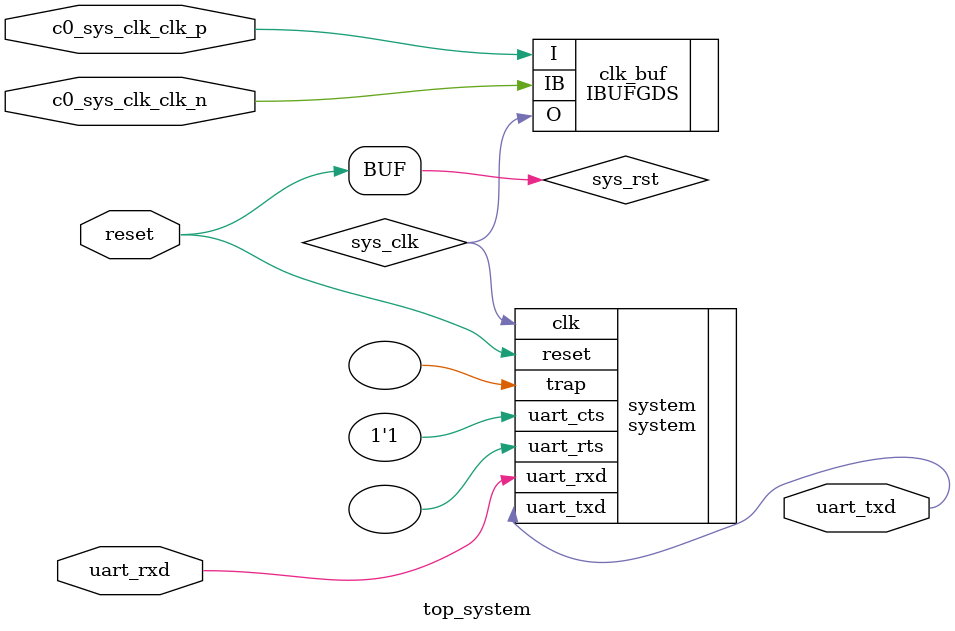
<source format=v>
`timescale 1ns / 1ps
`include "system.vh"

module top_system(
	          	  input         c0_sys_clk_clk_p, 
                  input         c0_sys_clk_clk_n,
                
	          input         reset,

	          //uart
	          output        uart_txd,
	          input         uart_rxd
               
		  );


   //
   // CLOCK MANAGEMENT
   //

   //system clock
   wire 			sys_clk;
   

   IBUFGDS clk_buf(.O(sys_clk), .I(c0_sys_clk_clk_p), .IB(c0_sys_clk_clk_n));


   //   
   // RESET MANAGEMENT
   //

   //system reset
 
   wire                         sys_rst=reset;

                 

   //
   // SYSTEM
   //
   system system 
     (
      .clk           (sys_clk),
      .reset         (sys_rst),
      .trap          (),

      
      //UART
      .uart_txd      (uart_txd),
      .uart_rxd      (uart_rxd),
      .uart_rts      (),
      .uart_cts      (1'b1)
      );
   
endmodule

</source>
